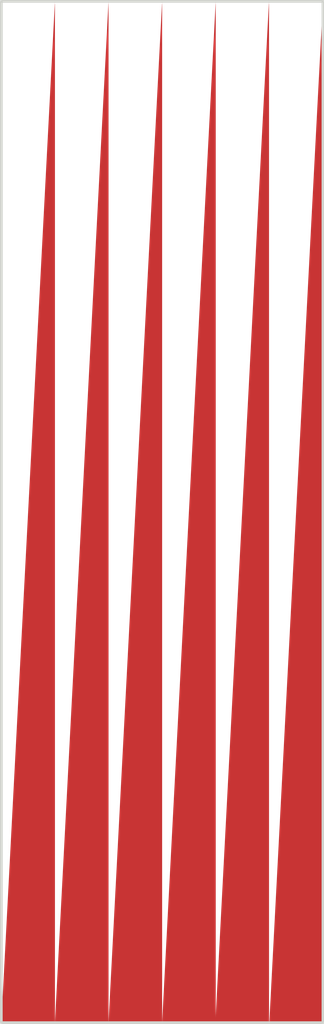
<source format=kicad_pcb>
(kicad_pcb (version 20211014) (generator pcbnew)

  (general
    (thickness 1.6)
  )

  (paper "A4")
  (layers
    (0 "F.Cu" signal)
    (31 "B.Cu" signal)
    (36 "B.SilkS" user "B.Silkscreen")
    (37 "F.SilkS" user "F.Silkscreen")
    (38 "B.Mask" user)
    (39 "F.Mask" user)
    (40 "Dwgs.User" user "User.Drawings")
    (41 "Cmts.User" user "User.Comments")
    (44 "Edge.Cuts" user)
    (45 "Margin" user)
    (46 "B.CrtYd" user "B.Courtyard")
    (47 "F.CrtYd" user "F.Courtyard")
  )

  (setup
    (stackup
      (layer "F.SilkS" (type "Top Silk Screen"))
      (layer "F.Mask" (type "Top Solder Mask") (thickness 0.01))
      (layer "F.Cu" (type "copper") (thickness 0.035))
      (layer "dielectric 1" (type "core") (thickness 1.51) (material "FR4") (epsilon_r 4.5) (loss_tangent 0.02))
      (layer "B.Cu" (type "copper") (thickness 0.035))
      (layer "B.Mask" (type "Bottom Solder Mask") (thickness 0.01))
      (layer "B.SilkS" (type "Bottom Silk Screen"))
      (copper_finish "None")
      (dielectric_constraints no)
    )
    (pad_to_mask_clearance 0)
    (grid_origin 150 100)
    (pcbplotparams
      (layerselection 0x00010f0_ffffffff)
      (disableapertmacros false)
      (usegerberextensions true)
      (usegerberattributes true)
      (usegerberadvancedattributes false)
      (creategerberjobfile false)
      (svguseinch false)
      (svgprecision 6)
      (excludeedgelayer true)
      (plotframeref false)
      (viasonmask false)
      (mode 1)
      (useauxorigin false)
      (hpglpennumber 1)
      (hpglpenspeed 20)
      (hpglpendiameter 15.000000)
      (dxfpolygonmode true)
      (dxfimperialunits true)
      (dxfusepcbnewfont true)
      (psnegative false)
      (psa4output false)
      (plotreference true)
      (plotvalue false)
      (plotinvisibletext false)
      (sketchpadsonfab false)
      (subtractmaskfromsilk true)
      (outputformat 1)
      (mirror false)
      (drillshape 0)
      (scaleselection 1)
      (outputdirectory "jlcpcb")
    )
  )

  (net 0 "")

  (gr_poly
    (pts
      (xy 151 100)
      (xy 150 100)
      (xy 151 81)
    ) (layer "F.Cu") (width 0) (fill solid) (tstamp 34407fba-357b-4052-9216-06c1e2cae3ea))
  (gr_poly
    (pts
      (xy 154 100)
      (xy 153 100)
      (xy 154 81)
    ) (layer "F.Cu") (width 0) (fill solid) (tstamp 357856bd-3d3d-4160-8d89-c953aff1cccb))
  (gr_poly
    (pts
      (xy 152 100)
      (xy 151 100)
      (xy 152 81)
    ) (layer "F.Cu") (width 0) (fill solid) (tstamp 3e229f74-0d6e-4e2c-8163-9a65e677d459))
  (gr_poly
    (pts
      (xy 153 100)
      (xy 152 100)
      (xy 153 81)
    ) (layer "F.Cu") (width 0) (fill solid) (tstamp 606bb9bc-67d1-4898-a423-ea9949091f2d))
  (gr_poly
    (pts
      (xy 154.99422 99.990102)
      (xy 153.99422 99.990102)
      (xy 154.99422 80.990102)
    ) (layer "F.Cu") (width 0) (fill solid) (tstamp 859e81f7-b1fb-45ab-ab27-e556921da9d1))
  (gr_poly
    (pts
      (xy 156 100)
      (xy 155 100)
      (xy 156 81)
    ) (layer "F.Cu") (width 0) (fill solid) (tstamp f3433127-bb9b-49b8-9e37-7f0dd49405f6))
  (gr_rect (start 150 100) (end 156 81) (layer "Edge.Cuts") (width 0.05) (fill none) (tstamp c9d7f80c-93d3-40b6-82bc-9669a79c7f05))

)

</source>
